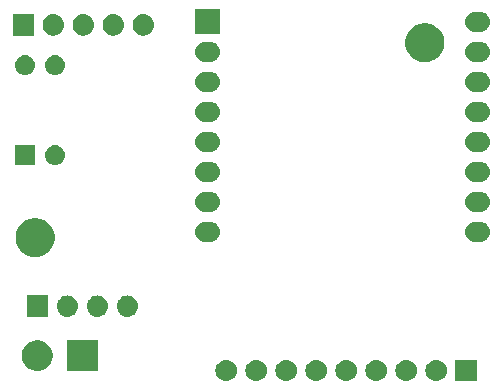
<source format=gbr>
G04 #@! TF.GenerationSoftware,KiCad,Pcbnew,5.1.2*
G04 #@! TF.CreationDate,2019-05-06T20:04:11+02:00*
G04 #@! TF.ProjectId,controlboard,636f6e74-726f-46c6-926f-6172642e6b69,rev?*
G04 #@! TF.SameCoordinates,Original*
G04 #@! TF.FileFunction,Soldermask,Bot*
G04 #@! TF.FilePolarity,Negative*
%FSLAX46Y46*%
G04 Gerber Fmt 4.6, Leading zero omitted, Abs format (unit mm)*
G04 Created by KiCad (PCBNEW 5.1.2) date 2019-05-06 20:04:11*
%MOMM*%
%LPD*%
G04 APERTURE LIST*
%ADD10C,0.100000*%
G04 APERTURE END LIST*
D10*
G36*
X103401000Y-60151000D02*
G01*
X101599000Y-60151000D01*
X101599000Y-58349000D01*
X103401000Y-58349000D01*
X103401000Y-60151000D01*
X103401000Y-60151000D01*
G37*
G36*
X82290443Y-58355519D02*
G01*
X82356627Y-58362037D01*
X82526466Y-58413557D01*
X82682991Y-58497222D01*
X82718729Y-58526552D01*
X82820186Y-58609814D01*
X82903448Y-58711271D01*
X82932778Y-58747009D01*
X83016443Y-58903534D01*
X83067963Y-59073373D01*
X83085359Y-59250000D01*
X83067963Y-59426627D01*
X83016443Y-59596466D01*
X82932778Y-59752991D01*
X82903448Y-59788729D01*
X82820186Y-59890186D01*
X82718729Y-59973448D01*
X82682991Y-60002778D01*
X82526466Y-60086443D01*
X82356627Y-60137963D01*
X82290442Y-60144482D01*
X82224260Y-60151000D01*
X82135740Y-60151000D01*
X82069558Y-60144482D01*
X82003373Y-60137963D01*
X81833534Y-60086443D01*
X81677009Y-60002778D01*
X81641271Y-59973448D01*
X81539814Y-59890186D01*
X81456552Y-59788729D01*
X81427222Y-59752991D01*
X81343557Y-59596466D01*
X81292037Y-59426627D01*
X81274641Y-59250000D01*
X81292037Y-59073373D01*
X81343557Y-58903534D01*
X81427222Y-58747009D01*
X81456552Y-58711271D01*
X81539814Y-58609814D01*
X81641271Y-58526552D01*
X81677009Y-58497222D01*
X81833534Y-58413557D01*
X82003373Y-58362037D01*
X82069557Y-58355519D01*
X82135740Y-58349000D01*
X82224260Y-58349000D01*
X82290443Y-58355519D01*
X82290443Y-58355519D01*
G37*
G36*
X84830443Y-58355519D02*
G01*
X84896627Y-58362037D01*
X85066466Y-58413557D01*
X85222991Y-58497222D01*
X85258729Y-58526552D01*
X85360186Y-58609814D01*
X85443448Y-58711271D01*
X85472778Y-58747009D01*
X85556443Y-58903534D01*
X85607963Y-59073373D01*
X85625359Y-59250000D01*
X85607963Y-59426627D01*
X85556443Y-59596466D01*
X85472778Y-59752991D01*
X85443448Y-59788729D01*
X85360186Y-59890186D01*
X85258729Y-59973448D01*
X85222991Y-60002778D01*
X85066466Y-60086443D01*
X84896627Y-60137963D01*
X84830442Y-60144482D01*
X84764260Y-60151000D01*
X84675740Y-60151000D01*
X84609558Y-60144482D01*
X84543373Y-60137963D01*
X84373534Y-60086443D01*
X84217009Y-60002778D01*
X84181271Y-59973448D01*
X84079814Y-59890186D01*
X83996552Y-59788729D01*
X83967222Y-59752991D01*
X83883557Y-59596466D01*
X83832037Y-59426627D01*
X83814641Y-59250000D01*
X83832037Y-59073373D01*
X83883557Y-58903534D01*
X83967222Y-58747009D01*
X83996552Y-58711271D01*
X84079814Y-58609814D01*
X84181271Y-58526552D01*
X84217009Y-58497222D01*
X84373534Y-58413557D01*
X84543373Y-58362037D01*
X84609557Y-58355519D01*
X84675740Y-58349000D01*
X84764260Y-58349000D01*
X84830443Y-58355519D01*
X84830443Y-58355519D01*
G37*
G36*
X87370443Y-58355519D02*
G01*
X87436627Y-58362037D01*
X87606466Y-58413557D01*
X87762991Y-58497222D01*
X87798729Y-58526552D01*
X87900186Y-58609814D01*
X87983448Y-58711271D01*
X88012778Y-58747009D01*
X88096443Y-58903534D01*
X88147963Y-59073373D01*
X88165359Y-59250000D01*
X88147963Y-59426627D01*
X88096443Y-59596466D01*
X88012778Y-59752991D01*
X87983448Y-59788729D01*
X87900186Y-59890186D01*
X87798729Y-59973448D01*
X87762991Y-60002778D01*
X87606466Y-60086443D01*
X87436627Y-60137963D01*
X87370442Y-60144482D01*
X87304260Y-60151000D01*
X87215740Y-60151000D01*
X87149558Y-60144482D01*
X87083373Y-60137963D01*
X86913534Y-60086443D01*
X86757009Y-60002778D01*
X86721271Y-59973448D01*
X86619814Y-59890186D01*
X86536552Y-59788729D01*
X86507222Y-59752991D01*
X86423557Y-59596466D01*
X86372037Y-59426627D01*
X86354641Y-59250000D01*
X86372037Y-59073373D01*
X86423557Y-58903534D01*
X86507222Y-58747009D01*
X86536552Y-58711271D01*
X86619814Y-58609814D01*
X86721271Y-58526552D01*
X86757009Y-58497222D01*
X86913534Y-58413557D01*
X87083373Y-58362037D01*
X87149557Y-58355519D01*
X87215740Y-58349000D01*
X87304260Y-58349000D01*
X87370443Y-58355519D01*
X87370443Y-58355519D01*
G37*
G36*
X89910443Y-58355519D02*
G01*
X89976627Y-58362037D01*
X90146466Y-58413557D01*
X90302991Y-58497222D01*
X90338729Y-58526552D01*
X90440186Y-58609814D01*
X90523448Y-58711271D01*
X90552778Y-58747009D01*
X90636443Y-58903534D01*
X90687963Y-59073373D01*
X90705359Y-59250000D01*
X90687963Y-59426627D01*
X90636443Y-59596466D01*
X90552778Y-59752991D01*
X90523448Y-59788729D01*
X90440186Y-59890186D01*
X90338729Y-59973448D01*
X90302991Y-60002778D01*
X90146466Y-60086443D01*
X89976627Y-60137963D01*
X89910442Y-60144482D01*
X89844260Y-60151000D01*
X89755740Y-60151000D01*
X89689558Y-60144482D01*
X89623373Y-60137963D01*
X89453534Y-60086443D01*
X89297009Y-60002778D01*
X89261271Y-59973448D01*
X89159814Y-59890186D01*
X89076552Y-59788729D01*
X89047222Y-59752991D01*
X88963557Y-59596466D01*
X88912037Y-59426627D01*
X88894641Y-59250000D01*
X88912037Y-59073373D01*
X88963557Y-58903534D01*
X89047222Y-58747009D01*
X89076552Y-58711271D01*
X89159814Y-58609814D01*
X89261271Y-58526552D01*
X89297009Y-58497222D01*
X89453534Y-58413557D01*
X89623373Y-58362037D01*
X89689557Y-58355519D01*
X89755740Y-58349000D01*
X89844260Y-58349000D01*
X89910443Y-58355519D01*
X89910443Y-58355519D01*
G37*
G36*
X92450443Y-58355519D02*
G01*
X92516627Y-58362037D01*
X92686466Y-58413557D01*
X92842991Y-58497222D01*
X92878729Y-58526552D01*
X92980186Y-58609814D01*
X93063448Y-58711271D01*
X93092778Y-58747009D01*
X93176443Y-58903534D01*
X93227963Y-59073373D01*
X93245359Y-59250000D01*
X93227963Y-59426627D01*
X93176443Y-59596466D01*
X93092778Y-59752991D01*
X93063448Y-59788729D01*
X92980186Y-59890186D01*
X92878729Y-59973448D01*
X92842991Y-60002778D01*
X92686466Y-60086443D01*
X92516627Y-60137963D01*
X92450442Y-60144482D01*
X92384260Y-60151000D01*
X92295740Y-60151000D01*
X92229558Y-60144482D01*
X92163373Y-60137963D01*
X91993534Y-60086443D01*
X91837009Y-60002778D01*
X91801271Y-59973448D01*
X91699814Y-59890186D01*
X91616552Y-59788729D01*
X91587222Y-59752991D01*
X91503557Y-59596466D01*
X91452037Y-59426627D01*
X91434641Y-59250000D01*
X91452037Y-59073373D01*
X91503557Y-58903534D01*
X91587222Y-58747009D01*
X91616552Y-58711271D01*
X91699814Y-58609814D01*
X91801271Y-58526552D01*
X91837009Y-58497222D01*
X91993534Y-58413557D01*
X92163373Y-58362037D01*
X92229557Y-58355519D01*
X92295740Y-58349000D01*
X92384260Y-58349000D01*
X92450443Y-58355519D01*
X92450443Y-58355519D01*
G37*
G36*
X94990443Y-58355519D02*
G01*
X95056627Y-58362037D01*
X95226466Y-58413557D01*
X95382991Y-58497222D01*
X95418729Y-58526552D01*
X95520186Y-58609814D01*
X95603448Y-58711271D01*
X95632778Y-58747009D01*
X95716443Y-58903534D01*
X95767963Y-59073373D01*
X95785359Y-59250000D01*
X95767963Y-59426627D01*
X95716443Y-59596466D01*
X95632778Y-59752991D01*
X95603448Y-59788729D01*
X95520186Y-59890186D01*
X95418729Y-59973448D01*
X95382991Y-60002778D01*
X95226466Y-60086443D01*
X95056627Y-60137963D01*
X94990442Y-60144482D01*
X94924260Y-60151000D01*
X94835740Y-60151000D01*
X94769558Y-60144482D01*
X94703373Y-60137963D01*
X94533534Y-60086443D01*
X94377009Y-60002778D01*
X94341271Y-59973448D01*
X94239814Y-59890186D01*
X94156552Y-59788729D01*
X94127222Y-59752991D01*
X94043557Y-59596466D01*
X93992037Y-59426627D01*
X93974641Y-59250000D01*
X93992037Y-59073373D01*
X94043557Y-58903534D01*
X94127222Y-58747009D01*
X94156552Y-58711271D01*
X94239814Y-58609814D01*
X94341271Y-58526552D01*
X94377009Y-58497222D01*
X94533534Y-58413557D01*
X94703373Y-58362037D01*
X94769557Y-58355519D01*
X94835740Y-58349000D01*
X94924260Y-58349000D01*
X94990443Y-58355519D01*
X94990443Y-58355519D01*
G37*
G36*
X97530443Y-58355519D02*
G01*
X97596627Y-58362037D01*
X97766466Y-58413557D01*
X97922991Y-58497222D01*
X97958729Y-58526552D01*
X98060186Y-58609814D01*
X98143448Y-58711271D01*
X98172778Y-58747009D01*
X98256443Y-58903534D01*
X98307963Y-59073373D01*
X98325359Y-59250000D01*
X98307963Y-59426627D01*
X98256443Y-59596466D01*
X98172778Y-59752991D01*
X98143448Y-59788729D01*
X98060186Y-59890186D01*
X97958729Y-59973448D01*
X97922991Y-60002778D01*
X97766466Y-60086443D01*
X97596627Y-60137963D01*
X97530442Y-60144482D01*
X97464260Y-60151000D01*
X97375740Y-60151000D01*
X97309558Y-60144482D01*
X97243373Y-60137963D01*
X97073534Y-60086443D01*
X96917009Y-60002778D01*
X96881271Y-59973448D01*
X96779814Y-59890186D01*
X96696552Y-59788729D01*
X96667222Y-59752991D01*
X96583557Y-59596466D01*
X96532037Y-59426627D01*
X96514641Y-59250000D01*
X96532037Y-59073373D01*
X96583557Y-58903534D01*
X96667222Y-58747009D01*
X96696552Y-58711271D01*
X96779814Y-58609814D01*
X96881271Y-58526552D01*
X96917009Y-58497222D01*
X97073534Y-58413557D01*
X97243373Y-58362037D01*
X97309557Y-58355519D01*
X97375740Y-58349000D01*
X97464260Y-58349000D01*
X97530443Y-58355519D01*
X97530443Y-58355519D01*
G37*
G36*
X100070443Y-58355519D02*
G01*
X100136627Y-58362037D01*
X100306466Y-58413557D01*
X100462991Y-58497222D01*
X100498729Y-58526552D01*
X100600186Y-58609814D01*
X100683448Y-58711271D01*
X100712778Y-58747009D01*
X100796443Y-58903534D01*
X100847963Y-59073373D01*
X100865359Y-59250000D01*
X100847963Y-59426627D01*
X100796443Y-59596466D01*
X100712778Y-59752991D01*
X100683448Y-59788729D01*
X100600186Y-59890186D01*
X100498729Y-59973448D01*
X100462991Y-60002778D01*
X100306466Y-60086443D01*
X100136627Y-60137963D01*
X100070442Y-60144482D01*
X100004260Y-60151000D01*
X99915740Y-60151000D01*
X99849558Y-60144482D01*
X99783373Y-60137963D01*
X99613534Y-60086443D01*
X99457009Y-60002778D01*
X99421271Y-59973448D01*
X99319814Y-59890186D01*
X99236552Y-59788729D01*
X99207222Y-59752991D01*
X99123557Y-59596466D01*
X99072037Y-59426627D01*
X99054641Y-59250000D01*
X99072037Y-59073373D01*
X99123557Y-58903534D01*
X99207222Y-58747009D01*
X99236552Y-58711271D01*
X99319814Y-58609814D01*
X99421271Y-58526552D01*
X99457009Y-58497222D01*
X99613534Y-58413557D01*
X99783373Y-58362037D01*
X99849557Y-58355519D01*
X99915740Y-58349000D01*
X100004260Y-58349000D01*
X100070443Y-58355519D01*
X100070443Y-58355519D01*
G37*
G36*
X66569393Y-56749304D02*
G01*
X66806101Y-56847352D01*
X66806103Y-56847353D01*
X67019135Y-56989696D01*
X67200304Y-57170865D01*
X67342647Y-57383897D01*
X67342648Y-57383899D01*
X67440696Y-57620607D01*
X67490680Y-57871893D01*
X67490680Y-58128107D01*
X67440696Y-58379393D01*
X67391889Y-58497222D01*
X67342647Y-58616103D01*
X67200304Y-58829135D01*
X67019135Y-59010304D01*
X66806103Y-59152647D01*
X66806102Y-59152648D01*
X66806101Y-59152648D01*
X66569393Y-59250696D01*
X66318107Y-59300680D01*
X66061893Y-59300680D01*
X65810607Y-59250696D01*
X65573899Y-59152648D01*
X65573898Y-59152648D01*
X65573897Y-59152647D01*
X65360865Y-59010304D01*
X65179696Y-58829135D01*
X65037353Y-58616103D01*
X64988111Y-58497222D01*
X64939304Y-58379393D01*
X64889320Y-58128107D01*
X64889320Y-57871893D01*
X64939304Y-57620607D01*
X65037352Y-57383899D01*
X65037353Y-57383897D01*
X65179696Y-57170865D01*
X65360865Y-56989696D01*
X65573897Y-56847353D01*
X65573899Y-56847352D01*
X65810607Y-56749304D01*
X66061893Y-56699320D01*
X66318107Y-56699320D01*
X66569393Y-56749304D01*
X66569393Y-56749304D01*
G37*
G36*
X71300680Y-59300680D02*
G01*
X68699320Y-59300680D01*
X68699320Y-56699320D01*
X71300680Y-56699320D01*
X71300680Y-59300680D01*
X71300680Y-59300680D01*
G37*
G36*
X67101000Y-54701000D02*
G01*
X65299000Y-54701000D01*
X65299000Y-52899000D01*
X67101000Y-52899000D01*
X67101000Y-54701000D01*
X67101000Y-54701000D01*
G37*
G36*
X73930443Y-52905519D02*
G01*
X73996627Y-52912037D01*
X74166466Y-52963557D01*
X74322991Y-53047222D01*
X74358729Y-53076552D01*
X74460186Y-53159814D01*
X74543448Y-53261271D01*
X74572778Y-53297009D01*
X74656443Y-53453534D01*
X74707963Y-53623373D01*
X74725359Y-53800000D01*
X74707963Y-53976627D01*
X74656443Y-54146466D01*
X74572778Y-54302991D01*
X74543448Y-54338729D01*
X74460186Y-54440186D01*
X74358729Y-54523448D01*
X74322991Y-54552778D01*
X74166466Y-54636443D01*
X73996627Y-54687963D01*
X73930443Y-54694481D01*
X73864260Y-54701000D01*
X73775740Y-54701000D01*
X73709557Y-54694481D01*
X73643373Y-54687963D01*
X73473534Y-54636443D01*
X73317009Y-54552778D01*
X73281271Y-54523448D01*
X73179814Y-54440186D01*
X73096552Y-54338729D01*
X73067222Y-54302991D01*
X72983557Y-54146466D01*
X72932037Y-53976627D01*
X72914641Y-53800000D01*
X72932037Y-53623373D01*
X72983557Y-53453534D01*
X73067222Y-53297009D01*
X73096552Y-53261271D01*
X73179814Y-53159814D01*
X73281271Y-53076552D01*
X73317009Y-53047222D01*
X73473534Y-52963557D01*
X73643373Y-52912037D01*
X73709557Y-52905519D01*
X73775740Y-52899000D01*
X73864260Y-52899000D01*
X73930443Y-52905519D01*
X73930443Y-52905519D01*
G37*
G36*
X71390443Y-52905519D02*
G01*
X71456627Y-52912037D01*
X71626466Y-52963557D01*
X71782991Y-53047222D01*
X71818729Y-53076552D01*
X71920186Y-53159814D01*
X72003448Y-53261271D01*
X72032778Y-53297009D01*
X72116443Y-53453534D01*
X72167963Y-53623373D01*
X72185359Y-53800000D01*
X72167963Y-53976627D01*
X72116443Y-54146466D01*
X72032778Y-54302991D01*
X72003448Y-54338729D01*
X71920186Y-54440186D01*
X71818729Y-54523448D01*
X71782991Y-54552778D01*
X71626466Y-54636443D01*
X71456627Y-54687963D01*
X71390443Y-54694481D01*
X71324260Y-54701000D01*
X71235740Y-54701000D01*
X71169557Y-54694481D01*
X71103373Y-54687963D01*
X70933534Y-54636443D01*
X70777009Y-54552778D01*
X70741271Y-54523448D01*
X70639814Y-54440186D01*
X70556552Y-54338729D01*
X70527222Y-54302991D01*
X70443557Y-54146466D01*
X70392037Y-53976627D01*
X70374641Y-53800000D01*
X70392037Y-53623373D01*
X70443557Y-53453534D01*
X70527222Y-53297009D01*
X70556552Y-53261271D01*
X70639814Y-53159814D01*
X70741271Y-53076552D01*
X70777009Y-53047222D01*
X70933534Y-52963557D01*
X71103373Y-52912037D01*
X71169557Y-52905519D01*
X71235740Y-52899000D01*
X71324260Y-52899000D01*
X71390443Y-52905519D01*
X71390443Y-52905519D01*
G37*
G36*
X68850443Y-52905519D02*
G01*
X68916627Y-52912037D01*
X69086466Y-52963557D01*
X69242991Y-53047222D01*
X69278729Y-53076552D01*
X69380186Y-53159814D01*
X69463448Y-53261271D01*
X69492778Y-53297009D01*
X69576443Y-53453534D01*
X69627963Y-53623373D01*
X69645359Y-53800000D01*
X69627963Y-53976627D01*
X69576443Y-54146466D01*
X69492778Y-54302991D01*
X69463448Y-54338729D01*
X69380186Y-54440186D01*
X69278729Y-54523448D01*
X69242991Y-54552778D01*
X69086466Y-54636443D01*
X68916627Y-54687963D01*
X68850443Y-54694481D01*
X68784260Y-54701000D01*
X68695740Y-54701000D01*
X68629557Y-54694481D01*
X68563373Y-54687963D01*
X68393534Y-54636443D01*
X68237009Y-54552778D01*
X68201271Y-54523448D01*
X68099814Y-54440186D01*
X68016552Y-54338729D01*
X67987222Y-54302991D01*
X67903557Y-54146466D01*
X67852037Y-53976627D01*
X67834641Y-53800000D01*
X67852037Y-53623373D01*
X67903557Y-53453534D01*
X67987222Y-53297009D01*
X68016552Y-53261271D01*
X68099814Y-53159814D01*
X68201271Y-53076552D01*
X68237009Y-53047222D01*
X68393534Y-52963557D01*
X68563373Y-52912037D01*
X68629557Y-52905519D01*
X68695740Y-52899000D01*
X68784260Y-52899000D01*
X68850443Y-52905519D01*
X68850443Y-52905519D01*
G37*
G36*
X66375256Y-46391298D02*
G01*
X66481579Y-46412447D01*
X66782042Y-46536903D01*
X67052451Y-46717585D01*
X67282415Y-46947549D01*
X67463097Y-47217958D01*
X67587553Y-47518421D01*
X67651000Y-47837391D01*
X67651000Y-48162609D01*
X67587553Y-48481579D01*
X67463097Y-48782042D01*
X67282415Y-49052451D01*
X67052451Y-49282415D01*
X66782042Y-49463097D01*
X66481579Y-49587553D01*
X66375256Y-49608702D01*
X66162611Y-49651000D01*
X65837389Y-49651000D01*
X65624744Y-49608702D01*
X65518421Y-49587553D01*
X65217958Y-49463097D01*
X64947549Y-49282415D01*
X64717585Y-49052451D01*
X64536903Y-48782042D01*
X64412447Y-48481579D01*
X64349000Y-48162609D01*
X64349000Y-47837391D01*
X64412447Y-47518421D01*
X64536903Y-47217958D01*
X64717585Y-46947549D01*
X64947549Y-46717585D01*
X65217958Y-46536903D01*
X65518421Y-46412447D01*
X65624744Y-46391298D01*
X65837389Y-46349000D01*
X66162611Y-46349000D01*
X66375256Y-46391298D01*
X66375256Y-46391298D01*
G37*
G36*
X80981824Y-46676314D02*
G01*
X81142243Y-46724977D01*
X81274907Y-46795887D01*
X81290079Y-46803997D01*
X81419660Y-46910342D01*
X81526005Y-47039923D01*
X81526006Y-47039925D01*
X81605025Y-47187759D01*
X81653688Y-47348178D01*
X81670118Y-47515001D01*
X81653688Y-47681824D01*
X81653687Y-47681826D01*
X81606498Y-47837389D01*
X81605025Y-47842243D01*
X81534115Y-47974907D01*
X81526005Y-47990079D01*
X81419660Y-48119660D01*
X81290079Y-48226005D01*
X81290077Y-48226006D01*
X81142243Y-48305025D01*
X80981824Y-48353688D01*
X80856805Y-48366001D01*
X80373197Y-48366001D01*
X80248178Y-48353688D01*
X80087759Y-48305025D01*
X79939925Y-48226006D01*
X79939923Y-48226005D01*
X79810342Y-48119660D01*
X79703997Y-47990079D01*
X79695887Y-47974907D01*
X79624977Y-47842243D01*
X79623505Y-47837389D01*
X79576315Y-47681826D01*
X79576314Y-47681824D01*
X79559884Y-47515001D01*
X79576314Y-47348178D01*
X79624977Y-47187759D01*
X79703996Y-47039925D01*
X79703997Y-47039923D01*
X79810342Y-46910342D01*
X79939923Y-46803997D01*
X79955095Y-46795887D01*
X80087759Y-46724977D01*
X80248178Y-46676314D01*
X80373197Y-46664001D01*
X80856805Y-46664001D01*
X80981824Y-46676314D01*
X80981824Y-46676314D01*
G37*
G36*
X103841824Y-46676314D02*
G01*
X104002243Y-46724977D01*
X104134907Y-46795887D01*
X104150079Y-46803997D01*
X104279660Y-46910342D01*
X104386005Y-47039923D01*
X104386006Y-47039925D01*
X104465025Y-47187759D01*
X104513688Y-47348178D01*
X104530118Y-47515001D01*
X104513688Y-47681824D01*
X104513687Y-47681826D01*
X104466498Y-47837389D01*
X104465025Y-47842243D01*
X104394115Y-47974907D01*
X104386005Y-47990079D01*
X104279660Y-48119660D01*
X104150079Y-48226005D01*
X104150077Y-48226006D01*
X104002243Y-48305025D01*
X103841824Y-48353688D01*
X103716805Y-48366001D01*
X103233197Y-48366001D01*
X103108178Y-48353688D01*
X102947759Y-48305025D01*
X102799925Y-48226006D01*
X102799923Y-48226005D01*
X102670342Y-48119660D01*
X102563997Y-47990079D01*
X102555887Y-47974907D01*
X102484977Y-47842243D01*
X102483505Y-47837389D01*
X102436315Y-47681826D01*
X102436314Y-47681824D01*
X102419884Y-47515001D01*
X102436314Y-47348178D01*
X102484977Y-47187759D01*
X102563996Y-47039925D01*
X102563997Y-47039923D01*
X102670342Y-46910342D01*
X102799923Y-46803997D01*
X102815095Y-46795887D01*
X102947759Y-46724977D01*
X103108178Y-46676314D01*
X103233197Y-46664001D01*
X103716805Y-46664001D01*
X103841824Y-46676314D01*
X103841824Y-46676314D01*
G37*
G36*
X103841824Y-44136314D02*
G01*
X104002243Y-44184977D01*
X104134907Y-44255887D01*
X104150079Y-44263997D01*
X104279660Y-44370342D01*
X104386005Y-44499923D01*
X104386006Y-44499925D01*
X104465025Y-44647759D01*
X104513688Y-44808178D01*
X104530118Y-44975001D01*
X104513688Y-45141824D01*
X104465025Y-45302243D01*
X104394115Y-45434907D01*
X104386005Y-45450079D01*
X104279660Y-45579660D01*
X104150079Y-45686005D01*
X104150077Y-45686006D01*
X104002243Y-45765025D01*
X103841824Y-45813688D01*
X103716805Y-45826001D01*
X103233197Y-45826001D01*
X103108178Y-45813688D01*
X102947759Y-45765025D01*
X102799925Y-45686006D01*
X102799923Y-45686005D01*
X102670342Y-45579660D01*
X102563997Y-45450079D01*
X102555887Y-45434907D01*
X102484977Y-45302243D01*
X102436314Y-45141824D01*
X102419884Y-44975001D01*
X102436314Y-44808178D01*
X102484977Y-44647759D01*
X102563996Y-44499925D01*
X102563997Y-44499923D01*
X102670342Y-44370342D01*
X102799923Y-44263997D01*
X102815095Y-44255887D01*
X102947759Y-44184977D01*
X103108178Y-44136314D01*
X103233197Y-44124001D01*
X103716805Y-44124001D01*
X103841824Y-44136314D01*
X103841824Y-44136314D01*
G37*
G36*
X80981824Y-44136314D02*
G01*
X81142243Y-44184977D01*
X81274907Y-44255887D01*
X81290079Y-44263997D01*
X81419660Y-44370342D01*
X81526005Y-44499923D01*
X81526006Y-44499925D01*
X81605025Y-44647759D01*
X81653688Y-44808178D01*
X81670118Y-44975001D01*
X81653688Y-45141824D01*
X81605025Y-45302243D01*
X81534115Y-45434907D01*
X81526005Y-45450079D01*
X81419660Y-45579660D01*
X81290079Y-45686005D01*
X81290077Y-45686006D01*
X81142243Y-45765025D01*
X80981824Y-45813688D01*
X80856805Y-45826001D01*
X80373197Y-45826001D01*
X80248178Y-45813688D01*
X80087759Y-45765025D01*
X79939925Y-45686006D01*
X79939923Y-45686005D01*
X79810342Y-45579660D01*
X79703997Y-45450079D01*
X79695887Y-45434907D01*
X79624977Y-45302243D01*
X79576314Y-45141824D01*
X79559884Y-44975001D01*
X79576314Y-44808178D01*
X79624977Y-44647759D01*
X79703996Y-44499925D01*
X79703997Y-44499923D01*
X79810342Y-44370342D01*
X79939923Y-44263997D01*
X79955095Y-44255887D01*
X80087759Y-44184977D01*
X80248178Y-44136314D01*
X80373197Y-44124001D01*
X80856805Y-44124001D01*
X80981824Y-44136314D01*
X80981824Y-44136314D01*
G37*
G36*
X103841824Y-41596314D02*
G01*
X104002243Y-41644977D01*
X104134907Y-41715887D01*
X104150079Y-41723997D01*
X104279660Y-41830342D01*
X104386005Y-41959923D01*
X104386006Y-41959925D01*
X104465025Y-42107759D01*
X104513688Y-42268178D01*
X104530118Y-42435001D01*
X104513688Y-42601824D01*
X104465025Y-42762243D01*
X104394115Y-42894907D01*
X104386005Y-42910079D01*
X104279660Y-43039660D01*
X104150079Y-43146005D01*
X104150077Y-43146006D01*
X104002243Y-43225025D01*
X103841824Y-43273688D01*
X103716805Y-43286001D01*
X103233197Y-43286001D01*
X103108178Y-43273688D01*
X102947759Y-43225025D01*
X102799925Y-43146006D01*
X102799923Y-43146005D01*
X102670342Y-43039660D01*
X102563997Y-42910079D01*
X102555887Y-42894907D01*
X102484977Y-42762243D01*
X102436314Y-42601824D01*
X102419884Y-42435001D01*
X102436314Y-42268178D01*
X102484977Y-42107759D01*
X102563996Y-41959925D01*
X102563997Y-41959923D01*
X102670342Y-41830342D01*
X102799923Y-41723997D01*
X102815095Y-41715887D01*
X102947759Y-41644977D01*
X103108178Y-41596314D01*
X103233197Y-41584001D01*
X103716805Y-41584001D01*
X103841824Y-41596314D01*
X103841824Y-41596314D01*
G37*
G36*
X80981824Y-41596314D02*
G01*
X81142243Y-41644977D01*
X81274907Y-41715887D01*
X81290079Y-41723997D01*
X81419660Y-41830342D01*
X81526005Y-41959923D01*
X81526006Y-41959925D01*
X81605025Y-42107759D01*
X81653688Y-42268178D01*
X81670118Y-42435001D01*
X81653688Y-42601824D01*
X81605025Y-42762243D01*
X81534115Y-42894907D01*
X81526005Y-42910079D01*
X81419660Y-43039660D01*
X81290079Y-43146005D01*
X81290077Y-43146006D01*
X81142243Y-43225025D01*
X80981824Y-43273688D01*
X80856805Y-43286001D01*
X80373197Y-43286001D01*
X80248178Y-43273688D01*
X80087759Y-43225025D01*
X79939925Y-43146006D01*
X79939923Y-43146005D01*
X79810342Y-43039660D01*
X79703997Y-42910079D01*
X79695887Y-42894907D01*
X79624977Y-42762243D01*
X79576314Y-42601824D01*
X79559884Y-42435001D01*
X79576314Y-42268178D01*
X79624977Y-42107759D01*
X79703996Y-41959925D01*
X79703997Y-41959923D01*
X79810342Y-41830342D01*
X79939923Y-41723997D01*
X79955095Y-41715887D01*
X80087759Y-41644977D01*
X80248178Y-41596314D01*
X80373197Y-41584001D01*
X80856805Y-41584001D01*
X80981824Y-41596314D01*
X80981824Y-41596314D01*
G37*
G36*
X66002000Y-41872000D02*
G01*
X64300000Y-41872000D01*
X64300000Y-40170000D01*
X66002000Y-40170000D01*
X66002000Y-41872000D01*
X66002000Y-41872000D01*
G37*
G36*
X67857823Y-40182313D02*
G01*
X68018242Y-40230976D01*
X68150906Y-40301886D01*
X68166078Y-40309996D01*
X68295659Y-40416341D01*
X68402004Y-40545922D01*
X68402005Y-40545924D01*
X68481024Y-40693758D01*
X68529687Y-40854177D01*
X68546117Y-41021000D01*
X68529687Y-41187823D01*
X68481024Y-41348242D01*
X68410114Y-41480906D01*
X68402004Y-41496078D01*
X68295659Y-41625659D01*
X68166078Y-41732004D01*
X68166076Y-41732005D01*
X68018242Y-41811024D01*
X67857823Y-41859687D01*
X67732804Y-41872000D01*
X67649196Y-41872000D01*
X67524177Y-41859687D01*
X67363758Y-41811024D01*
X67215924Y-41732005D01*
X67215922Y-41732004D01*
X67086341Y-41625659D01*
X66979996Y-41496078D01*
X66971886Y-41480906D01*
X66900976Y-41348242D01*
X66852313Y-41187823D01*
X66835883Y-41021000D01*
X66852313Y-40854177D01*
X66900976Y-40693758D01*
X66979995Y-40545924D01*
X66979996Y-40545922D01*
X67086341Y-40416341D01*
X67215922Y-40309996D01*
X67231094Y-40301886D01*
X67363758Y-40230976D01*
X67524177Y-40182313D01*
X67649196Y-40170000D01*
X67732804Y-40170000D01*
X67857823Y-40182313D01*
X67857823Y-40182313D01*
G37*
G36*
X103841824Y-39056314D02*
G01*
X104002243Y-39104977D01*
X104134907Y-39175887D01*
X104150079Y-39183997D01*
X104279660Y-39290342D01*
X104386005Y-39419923D01*
X104386006Y-39419925D01*
X104465025Y-39567759D01*
X104513688Y-39728178D01*
X104530118Y-39895001D01*
X104513688Y-40061824D01*
X104465025Y-40222243D01*
X104418120Y-40309996D01*
X104386005Y-40370079D01*
X104279660Y-40499660D01*
X104150079Y-40606005D01*
X104150077Y-40606006D01*
X104002243Y-40685025D01*
X103841824Y-40733688D01*
X103716805Y-40746001D01*
X103233197Y-40746001D01*
X103108178Y-40733688D01*
X102947759Y-40685025D01*
X102799925Y-40606006D01*
X102799923Y-40606005D01*
X102670342Y-40499660D01*
X102563997Y-40370079D01*
X102531882Y-40309996D01*
X102484977Y-40222243D01*
X102436314Y-40061824D01*
X102419884Y-39895001D01*
X102436314Y-39728178D01*
X102484977Y-39567759D01*
X102563996Y-39419925D01*
X102563997Y-39419923D01*
X102670342Y-39290342D01*
X102799923Y-39183997D01*
X102815095Y-39175887D01*
X102947759Y-39104977D01*
X103108178Y-39056314D01*
X103233197Y-39044001D01*
X103716805Y-39044001D01*
X103841824Y-39056314D01*
X103841824Y-39056314D01*
G37*
G36*
X80981824Y-39056314D02*
G01*
X81142243Y-39104977D01*
X81274907Y-39175887D01*
X81290079Y-39183997D01*
X81419660Y-39290342D01*
X81526005Y-39419923D01*
X81526006Y-39419925D01*
X81605025Y-39567759D01*
X81653688Y-39728178D01*
X81670118Y-39895001D01*
X81653688Y-40061824D01*
X81605025Y-40222243D01*
X81558120Y-40309996D01*
X81526005Y-40370079D01*
X81419660Y-40499660D01*
X81290079Y-40606005D01*
X81290077Y-40606006D01*
X81142243Y-40685025D01*
X80981824Y-40733688D01*
X80856805Y-40746001D01*
X80373197Y-40746001D01*
X80248178Y-40733688D01*
X80087759Y-40685025D01*
X79939925Y-40606006D01*
X79939923Y-40606005D01*
X79810342Y-40499660D01*
X79703997Y-40370079D01*
X79671882Y-40309996D01*
X79624977Y-40222243D01*
X79576314Y-40061824D01*
X79559884Y-39895001D01*
X79576314Y-39728178D01*
X79624977Y-39567759D01*
X79703996Y-39419925D01*
X79703997Y-39419923D01*
X79810342Y-39290342D01*
X79939923Y-39183997D01*
X79955095Y-39175887D01*
X80087759Y-39104977D01*
X80248178Y-39056314D01*
X80373197Y-39044001D01*
X80856805Y-39044001D01*
X80981824Y-39056314D01*
X80981824Y-39056314D01*
G37*
G36*
X103841824Y-36516314D02*
G01*
X104002243Y-36564977D01*
X104134907Y-36635887D01*
X104150079Y-36643997D01*
X104279660Y-36750342D01*
X104386005Y-36879923D01*
X104386006Y-36879925D01*
X104465025Y-37027759D01*
X104513688Y-37188178D01*
X104530118Y-37355001D01*
X104513688Y-37521824D01*
X104465025Y-37682243D01*
X104394115Y-37814907D01*
X104386005Y-37830079D01*
X104279660Y-37959660D01*
X104150079Y-38066005D01*
X104150077Y-38066006D01*
X104002243Y-38145025D01*
X103841824Y-38193688D01*
X103716805Y-38206001D01*
X103233197Y-38206001D01*
X103108178Y-38193688D01*
X102947759Y-38145025D01*
X102799925Y-38066006D01*
X102799923Y-38066005D01*
X102670342Y-37959660D01*
X102563997Y-37830079D01*
X102555887Y-37814907D01*
X102484977Y-37682243D01*
X102436314Y-37521824D01*
X102419884Y-37355001D01*
X102436314Y-37188178D01*
X102484977Y-37027759D01*
X102563996Y-36879925D01*
X102563997Y-36879923D01*
X102670342Y-36750342D01*
X102799923Y-36643997D01*
X102815095Y-36635887D01*
X102947759Y-36564977D01*
X103108178Y-36516314D01*
X103233197Y-36504001D01*
X103716805Y-36504001D01*
X103841824Y-36516314D01*
X103841824Y-36516314D01*
G37*
G36*
X80981824Y-36516314D02*
G01*
X81142243Y-36564977D01*
X81274907Y-36635887D01*
X81290079Y-36643997D01*
X81419660Y-36750342D01*
X81526005Y-36879923D01*
X81526006Y-36879925D01*
X81605025Y-37027759D01*
X81653688Y-37188178D01*
X81670118Y-37355001D01*
X81653688Y-37521824D01*
X81605025Y-37682243D01*
X81534115Y-37814907D01*
X81526005Y-37830079D01*
X81419660Y-37959660D01*
X81290079Y-38066005D01*
X81290077Y-38066006D01*
X81142243Y-38145025D01*
X80981824Y-38193688D01*
X80856805Y-38206001D01*
X80373197Y-38206001D01*
X80248178Y-38193688D01*
X80087759Y-38145025D01*
X79939925Y-38066006D01*
X79939923Y-38066005D01*
X79810342Y-37959660D01*
X79703997Y-37830079D01*
X79695887Y-37814907D01*
X79624977Y-37682243D01*
X79576314Y-37521824D01*
X79559884Y-37355001D01*
X79576314Y-37188178D01*
X79624977Y-37027759D01*
X79703996Y-36879925D01*
X79703997Y-36879923D01*
X79810342Y-36750342D01*
X79939923Y-36643997D01*
X79955095Y-36635887D01*
X80087759Y-36564977D01*
X80248178Y-36516314D01*
X80373197Y-36504001D01*
X80856805Y-36504001D01*
X80981824Y-36516314D01*
X80981824Y-36516314D01*
G37*
G36*
X103841824Y-33976314D02*
G01*
X104002243Y-34024977D01*
X104134907Y-34095887D01*
X104150079Y-34103997D01*
X104279660Y-34210342D01*
X104386005Y-34339923D01*
X104386006Y-34339925D01*
X104465025Y-34487759D01*
X104513688Y-34648178D01*
X104530118Y-34815001D01*
X104513688Y-34981824D01*
X104465025Y-35142243D01*
X104394115Y-35274907D01*
X104386005Y-35290079D01*
X104279660Y-35419660D01*
X104150079Y-35526005D01*
X104150077Y-35526006D01*
X104002243Y-35605025D01*
X103841824Y-35653688D01*
X103716805Y-35666001D01*
X103233197Y-35666001D01*
X103108178Y-35653688D01*
X102947759Y-35605025D01*
X102799925Y-35526006D01*
X102799923Y-35526005D01*
X102670342Y-35419660D01*
X102563997Y-35290079D01*
X102555887Y-35274907D01*
X102484977Y-35142243D01*
X102436314Y-34981824D01*
X102419884Y-34815001D01*
X102436314Y-34648178D01*
X102484977Y-34487759D01*
X102563996Y-34339925D01*
X102563997Y-34339923D01*
X102670342Y-34210342D01*
X102799923Y-34103997D01*
X102815095Y-34095887D01*
X102947759Y-34024977D01*
X103108178Y-33976314D01*
X103233197Y-33964001D01*
X103716805Y-33964001D01*
X103841824Y-33976314D01*
X103841824Y-33976314D01*
G37*
G36*
X80981824Y-33976314D02*
G01*
X81142243Y-34024977D01*
X81274907Y-34095887D01*
X81290079Y-34103997D01*
X81419660Y-34210342D01*
X81526005Y-34339923D01*
X81526006Y-34339925D01*
X81605025Y-34487759D01*
X81653688Y-34648178D01*
X81670118Y-34815001D01*
X81653688Y-34981824D01*
X81605025Y-35142243D01*
X81534115Y-35274907D01*
X81526005Y-35290079D01*
X81419660Y-35419660D01*
X81290079Y-35526005D01*
X81290077Y-35526006D01*
X81142243Y-35605025D01*
X80981824Y-35653688D01*
X80856805Y-35666001D01*
X80373197Y-35666001D01*
X80248178Y-35653688D01*
X80087759Y-35605025D01*
X79939925Y-35526006D01*
X79939923Y-35526005D01*
X79810342Y-35419660D01*
X79703997Y-35290079D01*
X79695887Y-35274907D01*
X79624977Y-35142243D01*
X79576314Y-34981824D01*
X79559884Y-34815001D01*
X79576314Y-34648178D01*
X79624977Y-34487759D01*
X79703996Y-34339925D01*
X79703997Y-34339923D01*
X79810342Y-34210342D01*
X79939923Y-34103997D01*
X79955095Y-34095887D01*
X80087759Y-34024977D01*
X80248178Y-33976314D01*
X80373197Y-33964001D01*
X80856805Y-33964001D01*
X80981824Y-33976314D01*
X80981824Y-33976314D01*
G37*
G36*
X67857823Y-32562313D02*
G01*
X68018242Y-32610976D01*
X68150906Y-32681886D01*
X68166078Y-32689996D01*
X68295659Y-32796341D01*
X68402004Y-32925922D01*
X68402005Y-32925924D01*
X68481024Y-33073758D01*
X68529687Y-33234177D01*
X68546117Y-33401000D01*
X68529687Y-33567823D01*
X68481024Y-33728242D01*
X68410114Y-33860906D01*
X68402004Y-33876078D01*
X68295659Y-34005659D01*
X68166078Y-34112004D01*
X68166076Y-34112005D01*
X68018242Y-34191024D01*
X67857823Y-34239687D01*
X67732804Y-34252000D01*
X67649196Y-34252000D01*
X67524177Y-34239687D01*
X67363758Y-34191024D01*
X67215924Y-34112005D01*
X67215922Y-34112004D01*
X67086341Y-34005659D01*
X66979996Y-33876078D01*
X66971886Y-33860906D01*
X66900976Y-33728242D01*
X66852313Y-33567823D01*
X66835883Y-33401000D01*
X66852313Y-33234177D01*
X66900976Y-33073758D01*
X66979995Y-32925924D01*
X66979996Y-32925922D01*
X67086341Y-32796341D01*
X67215922Y-32689996D01*
X67231094Y-32681886D01*
X67363758Y-32610976D01*
X67524177Y-32562313D01*
X67649196Y-32550000D01*
X67732804Y-32550000D01*
X67857823Y-32562313D01*
X67857823Y-32562313D01*
G37*
G36*
X65317823Y-32562313D02*
G01*
X65478242Y-32610976D01*
X65610906Y-32681886D01*
X65626078Y-32689996D01*
X65755659Y-32796341D01*
X65862004Y-32925922D01*
X65862005Y-32925924D01*
X65941024Y-33073758D01*
X65989687Y-33234177D01*
X66006117Y-33401000D01*
X65989687Y-33567823D01*
X65941024Y-33728242D01*
X65870114Y-33860906D01*
X65862004Y-33876078D01*
X65755659Y-34005659D01*
X65626078Y-34112004D01*
X65626076Y-34112005D01*
X65478242Y-34191024D01*
X65317823Y-34239687D01*
X65192804Y-34252000D01*
X65109196Y-34252000D01*
X64984177Y-34239687D01*
X64823758Y-34191024D01*
X64675924Y-34112005D01*
X64675922Y-34112004D01*
X64546341Y-34005659D01*
X64439996Y-33876078D01*
X64431886Y-33860906D01*
X64360976Y-33728242D01*
X64312313Y-33567823D01*
X64295883Y-33401000D01*
X64312313Y-33234177D01*
X64360976Y-33073758D01*
X64439995Y-32925924D01*
X64439996Y-32925922D01*
X64546341Y-32796341D01*
X64675922Y-32689996D01*
X64691094Y-32681886D01*
X64823758Y-32610976D01*
X64984177Y-32562313D01*
X65109196Y-32550000D01*
X65192804Y-32550000D01*
X65317823Y-32562313D01*
X65317823Y-32562313D01*
G37*
G36*
X99375256Y-29891298D02*
G01*
X99481579Y-29912447D01*
X99782042Y-30036903D01*
X100052451Y-30217585D01*
X100282415Y-30447549D01*
X100463097Y-30717958D01*
X100587553Y-31018421D01*
X100651000Y-31337391D01*
X100651000Y-31662609D01*
X100594280Y-31947762D01*
X100587553Y-31981578D01*
X100466014Y-32275001D01*
X100463097Y-32282042D01*
X100282415Y-32552451D01*
X100052451Y-32782415D01*
X99782042Y-32963097D01*
X99481579Y-33087553D01*
X99375256Y-33108702D01*
X99162611Y-33151000D01*
X98837389Y-33151000D01*
X98624744Y-33108702D01*
X98518421Y-33087553D01*
X98217958Y-32963097D01*
X97947549Y-32782415D01*
X97717585Y-32552451D01*
X97536903Y-32282042D01*
X97533987Y-32275001D01*
X97412447Y-31981578D01*
X97405721Y-31947762D01*
X97349000Y-31662609D01*
X97349000Y-31337391D01*
X97412447Y-31018421D01*
X97536903Y-30717958D01*
X97717585Y-30447549D01*
X97947549Y-30217585D01*
X98217958Y-30036903D01*
X98518421Y-29912447D01*
X98624744Y-29891298D01*
X98837389Y-29849000D01*
X99162611Y-29849000D01*
X99375256Y-29891298D01*
X99375256Y-29891298D01*
G37*
G36*
X80981824Y-31436314D02*
G01*
X81142243Y-31484977D01*
X81274907Y-31555887D01*
X81290079Y-31563997D01*
X81419660Y-31670342D01*
X81526005Y-31799923D01*
X81526006Y-31799925D01*
X81605025Y-31947759D01*
X81653688Y-32108178D01*
X81670118Y-32275001D01*
X81653688Y-32441824D01*
X81605025Y-32602243D01*
X81558120Y-32689996D01*
X81526005Y-32750079D01*
X81419660Y-32879660D01*
X81290079Y-32986005D01*
X81290077Y-32986006D01*
X81142243Y-33065025D01*
X80981824Y-33113688D01*
X80856805Y-33126001D01*
X80373197Y-33126001D01*
X80248178Y-33113688D01*
X80087759Y-33065025D01*
X79939925Y-32986006D01*
X79939923Y-32986005D01*
X79810342Y-32879660D01*
X79703997Y-32750079D01*
X79671882Y-32689996D01*
X79624977Y-32602243D01*
X79576314Y-32441824D01*
X79559884Y-32275001D01*
X79576314Y-32108178D01*
X79624977Y-31947759D01*
X79703996Y-31799925D01*
X79703997Y-31799923D01*
X79810342Y-31670342D01*
X79939923Y-31563997D01*
X79955095Y-31555887D01*
X80087759Y-31484977D01*
X80248178Y-31436314D01*
X80373197Y-31424001D01*
X80856805Y-31424001D01*
X80981824Y-31436314D01*
X80981824Y-31436314D01*
G37*
G36*
X103841824Y-31436314D02*
G01*
X104002243Y-31484977D01*
X104134907Y-31555887D01*
X104150079Y-31563997D01*
X104279660Y-31670342D01*
X104386005Y-31799923D01*
X104386006Y-31799925D01*
X104465025Y-31947759D01*
X104513688Y-32108178D01*
X104530118Y-32275001D01*
X104513688Y-32441824D01*
X104465025Y-32602243D01*
X104418120Y-32689996D01*
X104386005Y-32750079D01*
X104279660Y-32879660D01*
X104150079Y-32986005D01*
X104150077Y-32986006D01*
X104002243Y-33065025D01*
X103841824Y-33113688D01*
X103716805Y-33126001D01*
X103233197Y-33126001D01*
X103108178Y-33113688D01*
X102947759Y-33065025D01*
X102799925Y-32986006D01*
X102799923Y-32986005D01*
X102670342Y-32879660D01*
X102563997Y-32750079D01*
X102531882Y-32689996D01*
X102484977Y-32602243D01*
X102436314Y-32441824D01*
X102419884Y-32275001D01*
X102436314Y-32108178D01*
X102484977Y-31947759D01*
X102563996Y-31799925D01*
X102563997Y-31799923D01*
X102670342Y-31670342D01*
X102799923Y-31563997D01*
X102815095Y-31555887D01*
X102947759Y-31484977D01*
X103108178Y-31436314D01*
X103233197Y-31424001D01*
X103716805Y-31424001D01*
X103841824Y-31436314D01*
X103841824Y-31436314D01*
G37*
G36*
X75270442Y-29105518D02*
G01*
X75336627Y-29112037D01*
X75506466Y-29163557D01*
X75662991Y-29247222D01*
X75698729Y-29276552D01*
X75800186Y-29359814D01*
X75883448Y-29461271D01*
X75912778Y-29497009D01*
X75996443Y-29653534D01*
X76047963Y-29823373D01*
X76065359Y-30000000D01*
X76047963Y-30176627D01*
X75996443Y-30346466D01*
X75912778Y-30502991D01*
X75894695Y-30525025D01*
X75800186Y-30640186D01*
X75705419Y-30717958D01*
X75662991Y-30752778D01*
X75506466Y-30836443D01*
X75336627Y-30887963D01*
X75270442Y-30894482D01*
X75204260Y-30901000D01*
X75115740Y-30901000D01*
X75049558Y-30894482D01*
X74983373Y-30887963D01*
X74813534Y-30836443D01*
X74657009Y-30752778D01*
X74614581Y-30717958D01*
X74519814Y-30640186D01*
X74425305Y-30525025D01*
X74407222Y-30502991D01*
X74323557Y-30346466D01*
X74272037Y-30176627D01*
X74254641Y-30000000D01*
X74272037Y-29823373D01*
X74323557Y-29653534D01*
X74407222Y-29497009D01*
X74436552Y-29461271D01*
X74519814Y-29359814D01*
X74621271Y-29276552D01*
X74657009Y-29247222D01*
X74813534Y-29163557D01*
X74983373Y-29112037D01*
X75049558Y-29105518D01*
X75115740Y-29099000D01*
X75204260Y-29099000D01*
X75270442Y-29105518D01*
X75270442Y-29105518D01*
G37*
G36*
X72730442Y-29105518D02*
G01*
X72796627Y-29112037D01*
X72966466Y-29163557D01*
X73122991Y-29247222D01*
X73158729Y-29276552D01*
X73260186Y-29359814D01*
X73343448Y-29461271D01*
X73372778Y-29497009D01*
X73456443Y-29653534D01*
X73507963Y-29823373D01*
X73525359Y-30000000D01*
X73507963Y-30176627D01*
X73456443Y-30346466D01*
X73372778Y-30502991D01*
X73354695Y-30525025D01*
X73260186Y-30640186D01*
X73165419Y-30717958D01*
X73122991Y-30752778D01*
X72966466Y-30836443D01*
X72796627Y-30887963D01*
X72730442Y-30894482D01*
X72664260Y-30901000D01*
X72575740Y-30901000D01*
X72509558Y-30894482D01*
X72443373Y-30887963D01*
X72273534Y-30836443D01*
X72117009Y-30752778D01*
X72074581Y-30717958D01*
X71979814Y-30640186D01*
X71885305Y-30525025D01*
X71867222Y-30502991D01*
X71783557Y-30346466D01*
X71732037Y-30176627D01*
X71714641Y-30000000D01*
X71732037Y-29823373D01*
X71783557Y-29653534D01*
X71867222Y-29497009D01*
X71896552Y-29461271D01*
X71979814Y-29359814D01*
X72081271Y-29276552D01*
X72117009Y-29247222D01*
X72273534Y-29163557D01*
X72443373Y-29112037D01*
X72509558Y-29105518D01*
X72575740Y-29099000D01*
X72664260Y-29099000D01*
X72730442Y-29105518D01*
X72730442Y-29105518D01*
G37*
G36*
X70190442Y-29105518D02*
G01*
X70256627Y-29112037D01*
X70426466Y-29163557D01*
X70582991Y-29247222D01*
X70618729Y-29276552D01*
X70720186Y-29359814D01*
X70803448Y-29461271D01*
X70832778Y-29497009D01*
X70916443Y-29653534D01*
X70967963Y-29823373D01*
X70985359Y-30000000D01*
X70967963Y-30176627D01*
X70916443Y-30346466D01*
X70832778Y-30502991D01*
X70814695Y-30525025D01*
X70720186Y-30640186D01*
X70625419Y-30717958D01*
X70582991Y-30752778D01*
X70426466Y-30836443D01*
X70256627Y-30887963D01*
X70190442Y-30894482D01*
X70124260Y-30901000D01*
X70035740Y-30901000D01*
X69969558Y-30894482D01*
X69903373Y-30887963D01*
X69733534Y-30836443D01*
X69577009Y-30752778D01*
X69534581Y-30717958D01*
X69439814Y-30640186D01*
X69345305Y-30525025D01*
X69327222Y-30502991D01*
X69243557Y-30346466D01*
X69192037Y-30176627D01*
X69174641Y-30000000D01*
X69192037Y-29823373D01*
X69243557Y-29653534D01*
X69327222Y-29497009D01*
X69356552Y-29461271D01*
X69439814Y-29359814D01*
X69541271Y-29276552D01*
X69577009Y-29247222D01*
X69733534Y-29163557D01*
X69903373Y-29112037D01*
X69969558Y-29105518D01*
X70035740Y-29099000D01*
X70124260Y-29099000D01*
X70190442Y-29105518D01*
X70190442Y-29105518D01*
G37*
G36*
X67650442Y-29105518D02*
G01*
X67716627Y-29112037D01*
X67886466Y-29163557D01*
X68042991Y-29247222D01*
X68078729Y-29276552D01*
X68180186Y-29359814D01*
X68263448Y-29461271D01*
X68292778Y-29497009D01*
X68376443Y-29653534D01*
X68427963Y-29823373D01*
X68445359Y-30000000D01*
X68427963Y-30176627D01*
X68376443Y-30346466D01*
X68292778Y-30502991D01*
X68274695Y-30525025D01*
X68180186Y-30640186D01*
X68085419Y-30717958D01*
X68042991Y-30752778D01*
X67886466Y-30836443D01*
X67716627Y-30887963D01*
X67650442Y-30894482D01*
X67584260Y-30901000D01*
X67495740Y-30901000D01*
X67429558Y-30894482D01*
X67363373Y-30887963D01*
X67193534Y-30836443D01*
X67037009Y-30752778D01*
X66994581Y-30717958D01*
X66899814Y-30640186D01*
X66805305Y-30525025D01*
X66787222Y-30502991D01*
X66703557Y-30346466D01*
X66652037Y-30176627D01*
X66634641Y-30000000D01*
X66652037Y-29823373D01*
X66703557Y-29653534D01*
X66787222Y-29497009D01*
X66816552Y-29461271D01*
X66899814Y-29359814D01*
X67001271Y-29276552D01*
X67037009Y-29247222D01*
X67193534Y-29163557D01*
X67363373Y-29112037D01*
X67429558Y-29105518D01*
X67495740Y-29099000D01*
X67584260Y-29099000D01*
X67650442Y-29105518D01*
X67650442Y-29105518D01*
G37*
G36*
X65901000Y-30901000D02*
G01*
X64099000Y-30901000D01*
X64099000Y-29099000D01*
X65901000Y-29099000D01*
X65901000Y-30901000D01*
X65901000Y-30901000D01*
G37*
G36*
X81666001Y-30786001D02*
G01*
X79564001Y-30786001D01*
X79564001Y-28684001D01*
X81666001Y-28684001D01*
X81666001Y-30786001D01*
X81666001Y-30786001D01*
G37*
G36*
X103841824Y-28896314D02*
G01*
X104002243Y-28944977D01*
X104134907Y-29015887D01*
X104150079Y-29023997D01*
X104279660Y-29130342D01*
X104386005Y-29259923D01*
X104386006Y-29259925D01*
X104465025Y-29407759D01*
X104513688Y-29568178D01*
X104530118Y-29735001D01*
X104513688Y-29901824D01*
X104465025Y-30062243D01*
X104403886Y-30176625D01*
X104386005Y-30210079D01*
X104279660Y-30339660D01*
X104150079Y-30446005D01*
X104150077Y-30446006D01*
X104002243Y-30525025D01*
X103841824Y-30573688D01*
X103716805Y-30586001D01*
X103233197Y-30586001D01*
X103108178Y-30573688D01*
X102947759Y-30525025D01*
X102799925Y-30446006D01*
X102799923Y-30446005D01*
X102670342Y-30339660D01*
X102563997Y-30210079D01*
X102546116Y-30176625D01*
X102484977Y-30062243D01*
X102436314Y-29901824D01*
X102419884Y-29735001D01*
X102436314Y-29568178D01*
X102484977Y-29407759D01*
X102563996Y-29259925D01*
X102563997Y-29259923D01*
X102670342Y-29130342D01*
X102799923Y-29023997D01*
X102815095Y-29015887D01*
X102947759Y-28944977D01*
X103108178Y-28896314D01*
X103233197Y-28884001D01*
X103716805Y-28884001D01*
X103841824Y-28896314D01*
X103841824Y-28896314D01*
G37*
M02*

</source>
